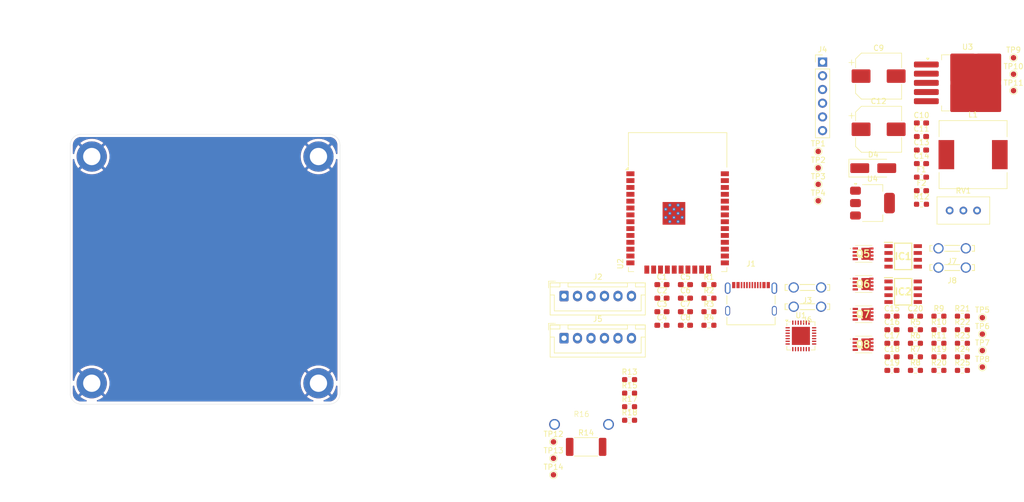
<source format=kicad_pcb>
(kicad_pcb (version 20240108) (generator "pcbnew") (generator_version "8.0")
  (layers (0 "F.Cu" signal) (1 "In1.Cu" power) (2 "In2.Cu" power) (31 "B.Cu" signal) (34 "B.Paste" user) (35 "F.Paste" user) (36 "B.SilkS" user "B.Silkscreen") (37 "F.SilkS" user "F.Silkscreen") (38 "B.Mask" user) (39 "F.Mask" user) (44 "Edge.Cuts" user))
  (net 0 "")
  (net 3 "GND")
  (net 4 "+12V")
  (net 5 "/USB_{VBUS}")
  (net 6 "+12v_{EXP}")
  (net 7 "Net-(IC2-BRIDGE)")
  (net 8 "/DATA+")
  (net 9 "/DATA-")
  (net 10 "/UART_{RX}")
  (net 11 "Net-(J1-CC1_B)")
  (net 12 "Net-(J1-CC1_A)")
  (net 13 "Net-(D1-K)")
  (net 14 "Net-(D2-K)")
  (net 16 "Net-(IC1-BRIDGE)")
  (net 17 "/+3v3_{EXP}")
  (net 18 "/H_{DRIVER_RIGHT_EN}")
  (net 19 "Net-(IC1-DRV_LO)")
  (net 20 "/UART_{TX}")
  (net 21 "/IO0")
  (net 22 "/EN")
  (net 23 "Net-(IC1-DRV_HI)")
  (net 24 "Net-(U3-OUT)")
  (net 25 "Net-(U5--)")
  (net 26 "Net-(U5-+)")
  (net 27 "Net-(U3-FB)")
  (net 28 "/M_{SENSE}")
  (net 29 "+5V_{LREG}")
  (net 30 "Net-(U4-VO)")
  (net 31 "+12V_{MOTOR}")
  (net 32 "/MCU_{VIN}")
  (net 33 "/H_{DRIVER_RIGHT_CONTROL}")
  (net 34 "Net-(IC2-DRV_HI)")
  (net 35 "/EXP_{02}")
  (net 36 "/EXP_{01}")
  (net 37 "/H_{DRIVER_LEFT_CONTROL}")
  (net 38 "/BTN_{UP}")
  (net 39 "/D_{STATUS}")
  (net 40 "/D_{POWER}")
  (net 41 "/D_{ERROR}")
  (net 42 "/BTN_{DOWN}")
  (net 43 "Net-(D1-A)")
  (net 44 "Net-(D2-A)")
  (net 45 "/H_{DRIVER_LEFT_EN}")
  (net 46 "Net-(U1-VDD)")
  (net 47 "Net-(IC2-DRV_LO)")
  (net 48 "/AS5600_{SCL}")
  (net 49 "/AS5600_{SDA}")
  (net 50 "/Motor/L_{MID}")
  (net 51 "+3V3")
  (net 52 "Net-(R14-Pad2)")
  (net 53 "Net-(R14-Pad3)")
  (net 81 "/Motor/R_{MID}")
  (net 85 "/Motor/M_{SUPPLY}")
  (net 91 "/Motor/L_{HI}")
  (net 92 "/Motor/L_{LO}")
  (net 93 "/Motor/R_{HI}")
  (net 94 "/Motor/R_{LO}")
  (footprint "Resistor_SMD:R_0603_1608Metric_Pad0.98x0.95mm_HandSolder" (layer "F.Cu") (at 256.6 113.62)
    (property "Reference" "R8" (at 0 -1.43 0) (layer "F.SilkS"))
    (property "Value" "0")
    (pad "1" smd roundrect (at -0.9125 0) (size 0.975 0.95) (layers "F.Cu" "F.Paste" "F.Mask") (net 94 "/Motor/R_{LO}"))
    (pad "2" smd roundrect (at 0.9125 0) (size 0.975 0.95) (layers "F.Cu" "F.Paste" "F.Mask") (net 18 "/H_{DRIVER_RIGHT_EN}"))
  )
  (footprint "Resistor_SMD:R_0603_1608Metric_Pad0.98x0.95mm_HandSolder" (layer "F.Cu") (at 265.3 103.58)
    (property "Reference" "R21" (at 0 -1.43 0) (layer "F.SilkS"))
    (property "Value" "1k")
    (pad "1" smd roundrect (at -0.9125 0) (size 0.975 0.95) (layers "F.Cu" "F.Paste" "F.Mask") (net 92 "/Motor/L_{LO}"))
    (pad "2" smd roundrect (at 0.9125 0) (size 0.975 0.95) (layers "F.Cu" "F.Paste" "F.Mask") (net 47 "Net-(IC2-DRV_LO)"))
  )
  (footprint "CustomLibrary:CONN_726386-2_TEC" (layer "F.Cu") (at 260.8657 94.5731)
    (property "Reference" "J8" (at 2.54 2.4 0) (layer "F.SilkS"))
    (property "Value" "Motor B")
    (pad "1" thru_hole circle (at 0 0) (size 1.905 1.905) (drill 1.43) (layers "*.Cu" "*.Mask") (net 81 "/Motor/R_{MID}"))
    (pad "2" thru_hole circle (at 5.08 0) (size 1.905 1.905) (drill 1.43) (layers "*.Cu" "*.Mask"))
  )
  (footprint "CustomLibrary:SISS94DNT1GE3" (layer "F.Cu") (at 244.965 103.225)
    (property "Reference" "Q7" (at 1.93 0 0) (layer "F.SilkS") (effects (font (size 1.27 1.27) (thickness 0.254))))
    (property "Value" "SiSS52DN-T1-GE3" (hide yes))
    (pad "1" smd rect (at 0.495 -0.99 90) (size 0.405 0.99) (layers "F.Cu" "F.Paste" "F.Mask") (net 81 "/Motor/R_{MID}"))
    (pad "2" smd rect (at 0.495 -0.33 90) (size 0.405 0.99) (layers "F.Cu" "F.Paste" "F.Mask") (net 81 "/Motor/R_{MID}"))
    (pad "3" smd rect (at 0.495 0.33 90) (size 0.405 0.99) (layers "F.Cu" "F.Paste" "F.Mask") (net 81 "/Motor/R_{MID}"))
    (pad "4" smd rect (at 0.495 0.99 90) (size 0.405 0.99) (layers "F.Cu" "F.Paste" "F.Mask") (net 93 "/Motor/R_{HI}"))
    (pad "5" smd rect (at 3.605 0.99 90) (size 0.405 0.51) (layers "F.Cu" "F.Paste" "F.Mask") (net 85 "/Motor/M_{SUPPLY}"))
    (pad "6" smd rect (at 3.605 0.33 90) (size 0.405 0.51) (layers "F.Cu" "F.Paste" "F.Mask") (net 85 "/Motor/M_{SUPPLY}"))
    (pad "7" smd rect (at 3.605 -0.33 90) (size 0.405 0.51) (layers "F.Cu" "F.Paste" "F.Mask") (net 85 "/Motor/M_{SUPPLY}"))
    (pad "8" smd rect (at 3.605 -0.99 90) (size 0.405 0.51) (layers "F.Cu" "F.Paste" "F.Mask") (net 85 "/Motor/M_{SUPPLY}"))
    (pad "9" smd rect (at 2.488 0) (size 1.725 2.235) (layers "F.Cu" "F.Paste" "F.Mask") (net 85 "/Motor/M_{SUPPLY}"))
    (pad "10" smd rect (at 3.225 -1.155 90) (size 0.075 0.25) (layers "F.Cu" "F.Paste" "F.Mask") (net 85 "/Motor/M_{SUPPLY}"))
    (pad "11" smd rect (at 3.225 1.155 90) (size 0.075 0.25) (layers "F.Cu" "F.Paste" "F.Mask") (net 85 "/Motor/M_{SUPPLY}"))
  )
  (footprint "Resistor_SMD:R_0603_1608Metric_Pad0.98x0.95mm_HandSolder" (layer "F.Cu") (at 265.3 106.09)
    (property "Reference" "R22" (at 0 -1.43 0) (layer "F.SilkS"))
    (property "Value" "1k")
    (pad "1" smd roundrect (at -0.9125 0) (size 0.975 0.95) (layers "F.Cu" "F.Paste" "F.Mask") (net 23 "Net-(IC1-DRV_HI)"))
    (pad "2" smd roundrect (at 0.9125 0) (size 0.975 0.95) (layers "F.Cu" "F.Paste" "F.Mask") (net 93 "/Motor/R_{HI}"))
  )
  (footprint "MountingHole:MountingHole_3.2mm_M3_DIN965_Pad" (layer "F.Cu") (at 104 74)
    (property "Reference" "H4" (hide yes))
    (property "Value" "MountingHole_Pad")
    (pad "1" thru_hole circle (at 0 0) (size 5.6 5.6) (drill 3.2) (layers "*.Cu" "*.Mask") (net 3 "GND"))
  )
  (footprint "Capacitor_SMD:C_0603_1608Metric_Pad1.08x0.95mm_HandSolder" (layer "F.Cu") (at 213.99 102.75)
    (property "Reference" "C7" (at 0 -1.43 0) (layer "F.SilkS"))
    (property "Value" "0.1uF")
    (pad "1" smd roundrect (at -0.8625 0) (size 1.075 0.95) (layers "F.Cu" "F.Paste" "F.Mask") (net 38 "/BTN_{UP}"))
    (pad "2" smd roundrect (at 0.8625 0) (size 1.075 0.95) (layers "F.Cu" "F.Paste" "F.Mask") (net 3 "GND"))
  )
  (footprint "MountingHole:MountingHole_3.2mm_M3_DIN965_Pad" (layer "F.Cu") (at 104 116)
    (property "Reference" "H3" (hide yes))
    (property "Value" "MountingHole_Pad")
    (pad "1" thru_hole circle (at 0 0) (size 5.6 5.6) (drill 3.2) (layers "*.Cu" "*.Mask") (net 3 "GND"))
  )
  (footprint "Connector_JST:JST_XH_B6B-XH-A_1x06_P2.50mm_Vertical" (layer "F.Cu") (at 191.49 107.65)
    (property "Reference" "J5" (at 6.25 -3.55 0) (layer "F.SilkS"))
    (property "Value" "CONTROL")
    (pad "1" thru_hole roundrect (at 0 0) (size 1.7 1.95) (drill 0.95) (layers "*.Cu" "*.Mask") (roundrect_rratio 0.147059) (net 3 "GND"))
    (pad "2" thru_hole oval (at 2.5 0) (size 1.7 1.95) (drill 0.95) (layers "*.Cu" "*.Mask") (net 42 "/BTN_{DOWN}"))
    (pad "3" thru_hole oval (at 5 0) (size 1.7 1.95) (drill 0.95) (layers "*.Cu" "*.Mask") (net 38 "/BTN_{UP}"))
    (pad "4" thru_hole oval (at 7.5 0) (size 1.7 1.95) (drill 0.95) (layers "*.Cu" "*.Mask") (net 41 "/D_{ERROR}"))
    (pad "5" thru_hole oval (at 10 0) (size 1.7 1.95) (drill 0.95) (layers "*.Cu" "*.Mask") (net 39 "/D_{STATUS}"))
    (pad "6" thru_hole oval (at 12.5 0) (size 1.7 1.95) (drill 0.95) (layers "*.Cu" "*.Mask") (net 40 "/D_{POWER}"))
  )
  (footprint "Capacitor_SMD:C_0603_1608Metric_Pad1.08x0.95mm_HandSolder" (layer "F.Cu") (at 213.99 100.24)
    (property "Reference" "C6" (at 0 -1.43 0) (layer "F.SilkS"))
    (property "Value" "0.1uF")
    (pad "1" smd roundrect (at -0.8625 0) (size 1.075 0.95) (layers "F.Cu" "F.Paste" "F.Mask") (net 22 "/EN"))
    (pad "2" smd roundrect (at 0.8625 0) (size 1.075 0.95) (layers "F.Cu" "F.Paste" "F.Mask") (net 3 "GND"))
  )
  (footprint "CustomLibrary:Shunt Wire" (layer "F.Cu") (at 194.74 114.825)
    (property "Reference" "R16" (at 0 6.9 0) (layer "F.SilkS") (effects (font (thickness 0.1))))
    (property "Value" "W_{shunt}")
    (pad "1" thru_hole circle (at -5 8.8) (size 2 2) (drill 1.5) (layers "*.Cu" "*.Mask") (net 6 "+12v_{EXP}"))
    (pad "2" thru_hole circle (at 5 8.8) (size 2 2) (drill 1.5) (layers "*.Cu" "*.Mask") (net 52 "Net-(R14-Pad2)"))
  )
  (footprint "Resistor_SMD:R_0603_1608Metric_Pad0.98x0.95mm_HandSolder" (layer "F.Cu") (at 265.3 111.11)
    (property "Reference" "R24" (at 0 -1.43 0) (layer "F.SilkS"))
    (property "Value" "0")
    (pad "1" smd roundrect (at -0.9125 0) (size 0.975 0.95) (layers "F.Cu" "F.Paste" "F.Mask") (net 6 "+12v_{EXP}"))
    (pad "2" smd roundrect (at 0.9125 0) (size 0.975 0.95) (layers "F.Cu" "F.Paste" "F.Mask") (net 43 "Net-(D1-A)"))
  )
  (footprint "TestPoint:TestPoint_Pad_D1.0mm" (layer "F.Cu") (at 269 106.9)
    (property "Reference" "TP6" (at 0 -1.448 0) (layer "F.SilkS"))
    (property "Value" "IO0")
    (pad "1" smd circle (at 0 0) (size 1 1) (layers "F.Cu" "F.Mask") (net 92 "/Motor/L_{LO}"))
  )
  (footprint "CustomLibrary:SOIC127P600X175-8N" (layer "F.Cu") (at 254.325 92.5)
    (property "Reference" "IC1" (at 0 0 0) (layer "F.SilkS") (effects (font (size 1.27 1.27) (thickness 0.254))))
    (property "Value" "NCP5104DR2G" (hide yes))
    (pad "1" smd rect (at -2.712 -1.905 90) (size 0.7 1.525) (layers "F.Cu" "F.Paste" "F.Mask") (net 6 "+12v_{EXP}"))
    (pad "2" smd rect (at -2.712 -0.635 90) (size 0.7 1.525) (layers "F.Cu" "F.Paste" "F.Mask") (net 33 "/H_{DRIVER_RIGHT_CONTROL}"))
    (pad "3" smd rect (at -2.712 0.635 90) (size 0.7 1.525) (layers "F.Cu" "F.Paste" "F.Mask") (net 18 "/H_{DRIVER_RIGHT_EN}"))
    (pad "4" smd rect (at -2.712 1.905 90) (size 0.7 1.525) (layers "F.Cu" "F.Paste" "F.Mask") (net 3 "GND"))
    (pad "5" smd rect (at 2.712 1.905 90) (size 0.7 1.525) (layers "F.Cu" "F.Paste" "F.Mask") (net 19 "Net-(IC1-DRV_LO)"))
    (pad "6" smd rect (at 2.712 0.635 90) (size 0.7 1.525) (layers "F.Cu" "F.Paste" "F.Mask") (net 16 "Net-(IC1-BRIDGE)"))
    (pad "7" smd rect (at 2.712 -0.635 90) (size 0.7 1.525) (layers "F.Cu" "F.Paste" "F.Mask") (net 23 "Net-(IC1-DRV_HI)"))
    (pad "8" smd rect (at 2.712 -1.905 90) (size 0.7 1.525) (layers "F.Cu" "F.Paste" "F.Mask") (net 14 "Net-(D2-K)"))
  )
  (footprint "Capacitor_SMD:C_0603_1608Metric_Pad1.08x0.95mm_HandSolder" (layer "F.Cu") (at 209.64 97.73)
    (property "Reference" "C1" (at 0 -1.43 0) (layer "F.SilkS"))
    (property "Value" "0.1uF")
    (pad "1" smd roundrect (at -0.8625 0) (size 1.075 0.95) (layers "F.Cu" "F.Paste" "F.Mask") (net 46 "Net-(U1-VDD)"))
    (pad "2" smd roundrect (at 0.8625 0) (size 1.075 0.95) (layers "F.Cu" "F.Paste" "F.Mask") (net 3 "GND"))
  )
  (footprint "Capacitor_SMD:C_0603_1608Metric_Pad1.08x0.95mm_HandSolder" (layer "F.Cu") (at 252.25 113.62)
    (property "Reference" "C19" (at 0 -1.43 0) (layer "F.SilkS"))
    (property "Value" "22uF")
    (pad "1" smd roundrect (at -0.8625 0) (size 1.075 0.95) (layers "F.Cu" "F.Paste" "F.Mask") (net 7 "Net-(IC2-BRIDGE)"))
    (pad "2" smd roundrect (at 0.8625 0) (size 1.075 0.95) (layers "F.Cu" "F.Paste" "F.Mask") (net 13 "Net-(D1-K)"))
  )
  (footprint "Capacitor_SMD:C_0603_1608Metric_Pad1.08x0.95mm_HandSolder" (layer "F.Cu") (at 257.72 75.31)
    (property "Reference" "C14" (at 0 -1.43 0) (layer "F.SilkS"))
    (property "Value" "0.1uF")
    (pad "1" smd roundrect (at -0.8625 0) (size 1.075 0.95) (layers "F.Cu" "F.Paste" "F.Mask") (net 30 "Net-(U4-VO)"))
    (pad "2" smd roundrect (at 0.8625 0) (size 1.075 0.95) (layers "F.Cu" "F.Paste" "F.Mask") (net 3 "GND"))
  )
  (footprint "Resistor_SMD:R_0603_1608Metric_Pad0.98x0.95mm_HandSolder" (layer "F.Cu") (at 203.64 115.33)
    (property "Reference" "R13" (at 0 -1.43 0) (layer "F.SilkS"))
    (property "Value" "20k")
    (pad "1" smd roundrect (at -0.9125 0) (size 0.975 0.95) (layers "F.Cu" "F.Paste" "F.Mask") (net 28 "/M_{SENSE}"))
    (pad "2" smd roundrect (at 0.9125 0) (size 0.975 0.95) (layers "F.Cu" "F.Paste" "F.Mask") (net 25 "Net-(U5--)"))
  )
  (footprint "Capacitor_SMD:C_0603_1608Metric_Pad1.08x0.95mm_HandSolder" (layer "F.Cu") (at 252.25 108.6)
    (property "Reference" "C17" (at 0 -1.43 0) (layer "F.SilkS"))
    (property "Value" "0.1uF")
    (pad "1" smd roundrect (at -0.8625 0) (size 1.075 0.95) (layers "F.Cu" "F.Paste" "F.Mask") (net 16 "Net-(IC1-BRIDGE)"))
    (pad "2" smd roundrect (at 0.8625 0) (size 1.075 0.95) (layers "F.Cu" "F.Paste" "F.Mask") (net 14 "Net-(D2-K)"))
  )
  (footprint "Package_TO_SOT_SMD:SOT-223-3_TabPin2" (layer "F.Cu") (at 248.64 82.625)
    (property "Reference" "U4" (at 0 -4.5 0) (layer "F.SilkS"))
    (property "Value" "AMS1117-3.3 (Potentially swap for a better LDO)")
    (pad "1" smd roundrect (at -3.15 -2.3) (size 2 1.5) (layers "F.Cu" "F.Paste" "F.Mask") (net 3 "GND"))
    (pad "2" smd roundrect (at -3.15 0) (size 2 1.5) (layers "F.Cu" "F.Paste" "F.Mask") (net 30 "Net-(U4-VO)"))
    (pad "2" smd roundrect (at 3.15 0) (size 2 3.8) (layers "F.Cu" "F.Paste" "F.Mask") (net 30 "Net-(U4-VO)"))
    (pad "3" smd roundrect (at -3.15 2.3) (size 2 1.5) (layers "F.Cu" "F.Paste" "F.Mask") (net 29 "+5V_{LREG}"))
  )
  (footprint "Resistor_SMD:R_0603_1608Metric_Pad0.98x0.95mm_HandSolder" (layer "F.Cu") (at 257.72 82.84)
    (property "Reference" "R12" (at 0 -1.43 0) (layer "F.SilkS"))
    (property "Value" "265")
    (pad "1" smd roundrect (at -0.9125 0) (size 0.975 0.95) (layers "F.Cu" "F.Paste" "F.Mask") (net 27 "Net-(U3-FB)"))
    (pad "2" smd roundrect (at 0.9125 0) (size 0.975 0.95) (layers "F.Cu" "F.Paste" "F.Mask") (net 3 "GND"))
  )
  (footprint "Capacitor_SMD:CP_Elec_8x10" (layer "F.Cu") (at 249.775 68.95)
    (property "Reference" "C12" (at 0 -5.2 0) (layer "F.SilkS"))
    (property "Value" "220")
    (pad "1" smd roundrect (at -3.25 0) (size 3.5 2.5) (layers "F.Cu" "F.Paste" "F.Mask") (roundrect_rratio 0.1) (net 29 "+5V_{LREG}"))
    (pad "2" smd roundrect (at 3.25 0) (size 3.5 2.5) (layers "F.Cu" "F.Paste" "F.Mask") (roundrect_rratio 0.1) (net 3 "GND"))
  )
  (footprint "Resistor_SMD:R_0603_1608Metric_Pad0.98x0.95mm_HandSolder" (layer "F.Cu") (at 256.6 106.09)
    (property "Reference" "R5" (at 0 -1.43 0) (layer "F.SilkS"))
    (property "Value" "0")
    (pad "1" smd roundrect (at -0.9125 0) (size 0.975 0.95) (layers "F.Cu" "F.Paste" "F.Mask") (net 91 "/Motor/L_{HI}"))
    (pad "2" smd roundrect (at 0.9125 0) (size 0.975 0.95) (layers "F.Cu" "F.Paste" "F.Mask") (net 37 "/H_{DRIVER_LEFT_CONTROL}"))
  )
  (footprint "Resistor_SMD:R_0603_1608Metric_Pad0.98x0.95mm_HandSolder" (layer "F.Cu") (at 265.3 108.6)
    (property "Reference" "R23" (at 0 -1.43 0) (layer "F.SilkS"))
    (property "Value" "1k")
    (pad "1" smd roundrect (at -0.9125 0) (size 0.975 0.95) (layers "F.Cu" "F.Paste" "F.Mask") (net 94 "/Motor/R_{LO}"))
    (pad "2" smd roundrect (at 0.9125 0) (size 0.975 0.95) (layers "F.Cu" "F.Paste" "F.Mask") (net 19 "Net-(IC1-DRV_LO)"))
  )
  (footprint "Fuse:Fuse_0603_1608Metric_Pad1.05x0.95mm_HandSolder" (layer "F.Cu") (at 257.72 80.33)
    (property "Reference" "F2" (at 0 -1.43 0) (layer "F.SilkS"))
    (property "Value" "CONTROL (1A)")
    (pad "1" smd roundrect (at -0.875 0) (size 1.05 0.95) (layers "F.Cu" "F.Paste" "F.Mask") (net 30 "Net-(U4-VO)"))
    (pad "2" smd roundrect (at 0.875 0) (size 1.05 0.95) (layers "F.Cu" "F.Paste" "F.Mask") (net 17 "/+3v3_{EXP}"))
  )
  (footprint "Resistor_SMD:R_0603_1608Metric_Pad0.98x0.95mm_HandSolder" (layer "F.Cu") (at 260.95 111.11)
    (property "Reference" "R19" (at 0 -1.43 0) (layer "F.SilkS"))
    (property "Value" "5k")
    (pad "1" smd roundrect (at -0.9125 0) (size 0.975 0.95) (layers "F.Cu" "F.Paste" "F.Mask") (net 3 "GND"))
    (pad "2" smd roundrect (at 0.9125 0) (size 0.975 0.95) (layers "F.Cu" "F.Paste" "F.Mask") (net 93 "/Motor/R_{HI}"))
  )
  (footprint "Capacitor_SMD:C_0603_1608Metric_Pad1.08x0.95mm_HandSolder" (layer "F.Cu") (at 257.72 72.8)
    (property "Reference" "C13" (at 0 -1.43 0) (layer "F.SilkS"))
    (property "Value" "1uF")
    (pad "1" smd roundrect (at -0.8625 0) (size 1.075 0.95) (layers "F.Cu" "F.Paste" "F.Mask") (net 29 "+5V_{LREG}"))
    (pad "2" smd roundrect (at 0.8625 0) (size 1.075 0.95) (layers "F.Cu" "F.Paste" "F.Mask") (net 3 "GND"))
  )
  (footprint "TestPoint:TestPoint_Pad_D1.0mm" (layer "F.Cu") (at 238.59 73.05)
    (property "Reference" "TP1" (at 0 -1.448 0) (layer "F.SilkS"))
    (property "Value" "RX")
    (pad "1" smd circle (at 0 0) (size 1 1) (layers "F.Cu" "F.Mask") (net 10 "/UART_{RX}"))
  )
  (footprint "TestPoint:TestPoint_Pad_D1.0mm" (layer "F.Cu") (at 269 113)
    (property "Reference" "TP8" (at 0 -1.448 0) (layer "F.SilkS"))
    (property "Value" "IO0")
    (pad "1" smd circle (at 0 0) (size 1 1) (layers "F.Cu" "F.Mask") (net 94 "/Motor/R_{LO}"))
  )
  (footprint "Resistor_SMD:R_2512_6332Metric_Pad1.40x3.35mm_HandSolder" (layer "F.Cu") (at 195.59 127.79)
    (property "Reference" "R14" (at 0 -2.62 0) (layer "F.SilkS"))
    (property "Value" "CSM2512R1F1L00S9")
    (pad "1" smd roundrect (at -3.05 0) (size 1.4 3.35) (layers "F.Cu" "F.Paste" "F.Mask") (roundrect_rratio 0.178571) (net 6 "+12v_{EXP}"))
    (pad "2" smd roundrect (at 3.05 0) (size 1.4 3.35) (layers "F.Cu" "F.Paste" "F.Mask") (roundrect_rratio 0.178571) (net 52 "Net-(R14-Pad2)"))
  )
  (footprint "Capacitor_SMD:C_0603_1608Metric_Pad1.08x0.95mm_HandSolder" (layer "F.Cu") (at 209.64 100.24)
    (property "Reference" "C2" (at 0 -1.43 0) (layer "F.SilkS"))
    (property "Value" "1uF")
    (pad "1" smd roundrect (at -0.8625 0) (size 1.075 0.95) (layers "F.Cu" "F.Paste" "F.Mask") (net 5 "/USB_{VBUS}"))
    (pad "2" smd roundrect (at 0.8625 0) (size 1.075 0.95) (layers "F.Cu" "F.Paste" "F.Mask") (net 3 "GND"))
  )
  (footprint "TestPoint:TestPoint_Pad_D1.0mm" (layer "F.Cu") (at 238.59 82.2)
    (property "Reference" "TP4" (at 0 -1.448 0) (layer "F.SilkS"))
    (property "Value" "EN")
    (pad "1" smd circle (at 0 0) (size 1 1) (layers "F.Cu" "F.Mask") (net 22 "/EN"))
  )
  (footprint "Capacitor_SMD:C_0603_1608Metric_Pad1.08x0.95mm_HandSolder" (layer "F.Cu") (at 252.25 111.11)
    (property "Reference" "C18" (at 0 -1.43 0) (layer "F.SilkS"))
    (property "Value" "0.1uF")
    (pad "1" smd roundrect (at -0.8625 0) (size 1.075 0.95) (layers "F.Cu" "F.Paste" "F.Mask") (net 6 "+12v_{EXP}"))
    (pad "2" smd roundrect (at 0.8625 0) (size 1.075 0.95) (layers "F.Cu" "F.Paste" "F.Mask") (net 3 "GND"))
  )
  (footprint "Package_DFN_QFN:QFN-28-1EP_5x5mm_P0.5mm_EP3.35x3.35mm" (layer "F.Cu") (at 235.38 107.23)
    (property "Reference" "U1" (at 0 -3.8 0) (layer "F.SilkS"))
    (property "Value" "CP2102-Axx-xQFN28")
    (pad "1" smd roundrect (at -2.45 -1.5) (size 0.8 0.25) (layers "F.Cu" "F.Paste" "F.Mask"))
    (pad "2" smd roundrect (at -2.45 -1) (size 0.8 0.25) (layers "F.Cu" "F.Paste" "F.Mask"))
    (pad "3" smd roundrect (at -2.45 -0.5) (size 0.8 0.25) (layers "F.Cu" "F.Paste" "F.Mask") (net 3 "GND"))
    (pad "4" smd roundrect (at -2.45 0) (size 0.8 0.25) (layers "F.Cu" "F.Paste" "F.Mask") (net 8 "/DATA+"))
    (pad "5" smd roundrect (at -2.45 0.5) (size 0.8 0.25) (layers "F.Cu" "F.Paste" "F.Mask") (net 9 "/DATA-"))
    (pad "6" smd roundrect (at -2.45 1) (size 0.8 0.25) (layers "F.Cu" "F.Paste" "F.Mask") (net 46 "Net-(U1-VDD)"))
    (pad "7" smd roundrect (at -2.45 1.5) (size 0.8 0.25) (layers "F.Cu" "F.Paste" "F.Mask") (net 5 "/USB_{VBUS}"))
    (pad "8" smd roundrect (at -1.5 2.45) (size 0.25 0.8) (layers "F.Cu" "F.Paste" "F.Mask") (net 5 "/USB_{VBUS}"))
    (pad "9" smd roundrect (at -1 2.45) (size 0.25 0.8) (layers "F.Cu" "F.Paste" "F.Mask"))
    (pad "10" smd roundrect (at -0.5 2.45) (size 0.25 0.8) (layers "F.Cu" "F.Paste" "F.Mask"))
    (pad "11" smd roundrect (at 0 2.45) (size 0.25 0.8) (layers "F.Cu" "F.Paste" "F.Mask"))
    (pad "12" smd roundrect (at 0.5 2.45) (size 0.25 0.8) (layers "F.Cu" "F.Paste" "F.Mask"))
    (pad "13" smd roundrect (at 1 2.45) (size 0.25 0.8) (layers "F.Cu" "F.Paste" "F.Mask"))
    (pad "14" smd roundrect (at 1.5 2.45) (size 0.25 0.8) (layers "F.Cu" "F.Paste" "F.Mask"))
    (pad "15" smd roundrect (at 2.45 1.5) (size 0.8 0.25) (layers "F.Cu" "F.Paste" "F.Mask"))
    (pad "16" smd roundrect (at 2.45 1) (size 0.8 0.25) (layers "F.Cu" "F.Paste" "F.Mask"))
    (pad "17" smd roundrect (at 2.45 0.5) (size 0.8 0.25) (layers "F.Cu" "F.Paste" "F.Mask"))
    (pad "18" smd roundrect (at 2.45 0) (size 0.8 0.25) (layers "F.Cu" "F.Paste" "F.Mask"))
    (pad "19" smd roundrect (at 2.45 -0.5) (size 0.8 0.25) (layers "F.Cu" "F.Paste" "F.Mask"))
    (pad "20" smd roundrect (at 2.45 -1) (size 0.8 0.25) (layers "F.Cu" "F.Paste" "F.Mask"))
    (pad "21" smd roundrect (at 2.45 -1.5) (size 0.8 0.25) (layers "F.Cu" "F.Paste" "F.Mask"))
    (pad "22" smd roundrect (at 1.5 -2.45) (size 0.25 0.8) (layers "F.Cu" "F.Paste" "F.Mask"))
    (pad "23" smd roundrect (at 1 -2.45) (size 0.25 0.8) (layers "F.Cu" "F.Paste" "F.Mask"))
    (pad "24" smd roundrect (at 0.5 -2.45) (size 0.25 0.8) (layers "F.Cu" "F.Paste" "F.Mask"))
    (pad "25" smd roundrect (at 0 -2.45) (size 0.25 0.8) (layers "F.Cu" "F.Paste" "F.Mask") (net 10 "/UART_{RX}"))
    (pad "26" smd roundrect (at -0.5 -2.45) (size 0.25 0.8) (layers "F.Cu" "F.Paste" "F.Mask") (net 20 "/UART_{TX}"))
    (pad "27" smd roundrect (at -1 -2.45) (size 0.25 0.8) (layers "F.Cu" "F.Paste" "F.Mask"))
    (pad "28" smd roundrect (at -1.5 -2.45) (size 0.25 0.8) (layers "F.Cu" "F.Paste" "F.Mask"))
    (pad "29" smd rect (at 0 0) (size 3.35 3.35) (property pad_prop_heatsink) (layers "F.Cu" "F.Mask") (net 3 "GND"))
  )
  (footprint "CustomLibrary:CONN_726386-2_TEC" (layer "F.Cu") (at 234.0457 98.2577)
    (property "Reference" "J3" (at 2.54 2.4 0) (layer "F.SilkS"))
    (property "Value" "PWR_IN+")
    (pad "1" thru_hole circle (at 0 0) (size 1.905 1.905) (drill 1.43) (layers "*.Cu" "*.Mask") (net 4 "+12V"))
    (pad "2" thru_hole circle (at 5.08 0) (size 1.905 1.905) (drill 1.43) (layers "*.Cu" "*.Mask"))
  )
  (footprint "CustomLibrary:CONN_726386-2_TEC" (layer "F.Cu") (at 260.8657 91.0077)
    (property "Reference" "J7" (at 2.54 2.4 0) (layer "F.SilkS"))
    (property "Value" "Motor A")
    (pad "1" thru_hole circle (at 0 0) (size 1.905 1.905) (drill 1.43) (layers "*.Cu" "*.Mask") (net 50 "/Motor/L_{MID}"))
    (pad "2" thru_hole circle (at 5.08 0) (size 1.905 1.905) (drill 1.43) (layers "*.Cu" "*.Mask"))
  )
  (footprint "Resistor_SMD:R_0603_1608Metric_Pad0.98x0.95mm_HandSolder" (layer "F.Cu") (at 260.95 108.6)
    (property "Reference" "R11" (at 0 -1.43 0) (layer "F.SilkS"))
    (property "Value" "5k")
    (pad "1" smd roundrect (at -0.9125 0) (size 0.975 0.95) (layers "F.Cu" "F.Paste" "F.Mask") (net 3 "GND"))
    (pad "2" smd roundrect (at 0.9125 0) (size 0.975 0.95) (layers "F.Cu" "F.Paste" "F.Mask") (net 94 "/Motor/R_{LO}"))
  )
  (footprint "TestPoint:TestPoint_Pad_D1.0mm" (layer "F.Cu") (at 189.54 129.92)
    (property "Reference" "TP13" (at 0 -1.448 0) (layer "F.SilkS"))
    (property "Value" "V-")
    (pad "1" smd circle (at 0 0) (size 1 1) (layers "F.Cu" "F.Mask") (net 25 "Net-(U5--)"))
  )
  (footprint "Package_TO_SOT_SMD:TO-263-5_TabPin3" (layer "F.Cu") (at 266.27 60.35)
    (property "Reference" "U3" (at 0 -6.65 0) (layer "F.SilkS"))
    (property "Value" "LM2596S-ADJ")
    (pad "1" smd roundrect (at -7.65 -3.4) (size 4.6 1.1) (layers "F.Cu" "F.Paste" "F.Mask") (roundrect_rratio 0.227273) (net 31 "+12V_{MOTOR}"))
    (pad "2" smd roundrect (at -7.65 -1.7) (size 4.6 1.1) (layers "F.Cu" "F.Paste" "F.Mask") (roundrect_rratio 0.227273) (net 24 "Net-(U3-OUT)"))
    (pad "3" smd roundrect (at -7.65 0) (size 4.6 1.1) (layers "F.Cu" "F.Paste" "F.Mask") (roundrect_rratio 0.227273) (net 3 "GND"))
    (pad "3" smd roundrect (at -0.925 -2.775) (size 4.55 5.25) (layers "F.Cu" "F.Paste") (roundrect_rratio 0.054945) (net 3 "GND"))
    (pad "3" smd roundrect (at -0.925 2.775) (size 4.55 5.25) (layers "F.Cu" "F.Paste") (roundrect_rratio 0.054945) (net 3 "GND"))
    (pad "3" smd roundrect (at 1.5 0) (size 9.4 10.8) (layers "F.Cu" "F.Mask") (roundrect_rratio 0.026596) (net 3 "GND"))
    (pad "3" smd roundrect (at 3.925 -2.775) (size 4.55 5.25) (layers "F.Cu" "F.Paste") (roundrect_rratio 0.054945) (net 3 "GND"))
    (pad "3" smd roundrect (at 3.925 2.775) (size 4.55 5.25) (layers "F.Cu" "F.Paste") (roundrect_rratio 0.054945) (net 3 "GND"))
    (pad "4" smd roundrect (at -7.65 1.7) (size 4.6 1.1) (layers "F.Cu" "F.Paste" "F.Mask") (roundrect_rratio 0.227273) (net 27 "Net-(U3-FB)"))
    (pad "5" smd roundrect (at -7.65 3.4) (size 4.6 1.1) (layers "F.Cu" "F.Paste" "F.Mask") (roundrect_rratio 0.227273) (net 3 "GND"))
  )
  (footprint "Resistor_SMD:R_0603_1608Metric_Pad0.98x0.95mm_HandSolder" (layer "F.Cu") (at 218.34 100.24)
    (property "Reference" "R2" (at 0 -1.43 0) (layer "F.SilkS"))
    (property "Value" "5k1")
    (pad "1" smd roundrect (at -0.9125 0) (size 0.975 0.95) (layers "F.Cu" "F.Paste" "F.Mask") (net 11 "Net-(J1-CC1_B)"))
    (pad "2" smd roundrect (at 0.9125 0) (size 0.975 0.95) (layers "F.Cu" "F.Paste" "F.Mask") (net 3 "GND"))
  )
  (footprint "RF_Module:ESP32-WROOM-32" (layer "F.Cu") (at 212.54 85.44)
    (property "Reference" "U2" (at -10.61 8.43 90) (layer "F.SilkS"))
    (property "Value" "ESP32-WROOM-32")
    (pad "1" smd rect (at -8.75 -8.25) (size 1.5 0.9) (layers "F.Cu" "F.Paste" "F.Mask") (net 3 "GND"))
    (pad "2" smd rect (at -8.75 -6.98) (size 1.5 0.9) (layers "F.Cu" "F.Paste" "F.Mask") (net 32 "/MCU_{VIN}"))
    (pad "3" smd rect (at -8.75 -5.71) (size 1.5 0.9) (layers "F.Cu" "F.Paste" "F.Mask") (net 22 "/EN"))
    (pad "4" smd rect (at -8.75 -4.44) (size 1.5 0.9) (layers "F.Cu" "F.Paste" "F.Mask"))
    (pad "5" smd rect (at -8.75 -3.17) (size 1.5 0.9) (layers "F.Cu" "F.Paste" "F.Mask"))
    (pad "6" smd rect (at -8.75 -1.9) (size 1.5 0.9) (layers "F.Cu" "F.Paste" "F.Mask"))
    (pad "7" smd rect (at -8.75 -0.63) (size 1.5 0.9) (layers "F.Cu" "F.Paste" "F.Mask"))
    (pad "8" smd rect (at -8.75 0.64) (size 1.5 0.9) (layers "F.Cu" "F.Paste" "F.Mask") (net 42 "/BTN_{DOWN}"))
    (pad "9" smd rect (at -8.75 1.91) (size 1.5 0.9) (layers "F.Cu" "F.Paste" "F.Mask"))
    (pad "10" smd rect (at -8.75 3.18) (size 1.5 0.9) (layers "F.Cu" "F.Paste" "F.Mask") (net 35 "/EXP_{02}"))
    (pad "11" smd rect (at -8.75 4.45) (size 1.5 0.9) (layers "F.Cu" "F.Paste" "F.Mask") (net 36 "/EXP_{01}"))
    (pad "12" smd rect (at -8.75 5.72) (size 1.5 0.9) (layers "F.Cu" "F.Paste" "F.Mask") (net 38 "/BTN_{UP}"))
    (pad "13" smd rect (at -8.75 6.99) (size 1.5 0.9) (layers "F.Cu" "F.Paste" "F.Mask") (net 45 "/H_{DRIVER_LEFT_EN}"))
    (pad "14" smd rect (at -8.75 8.26) (size 1.5 0.9) (layers "F.Cu" "F.Paste" "F.Mask") (net 37 "/H_{DRIVER_LEFT_CONTROL}"))
    (pad "15" smd rect (at -5.71 9.51 90) (size 1.5 0.9) (layers "F.Cu" "F.Paste" "F.Mask") (net 3 "GND"))
    (pad "16" smd rect (at -4.44 9.51 90) (size 1.5 0.9) (layers "F.Cu" "F.Paste" "F.Mask") (net 18 "/H_{DRIVER_RIGHT_EN}"))
    (pad "17" smd rect (at -3.17 9.51 90) (size 1.5 0.9) (layers "F.Cu" "F.Paste" "F.Mask"))
    (pad "18" smd rect (at -1.9 9.51 90) (size 1.5 0.9) (layers "F.Cu" "F.Paste" "F.Mask"))
    (pad "19" smd rect (at -0.63 9.51 90) (size 1.5 0.9) (layers "F.Cu" "F.Paste" "F.Mask"))
    (pad "20" smd rect (at 0.64 9.51 90) (size 1.5 0.9) (layers "F.Cu" "F.Paste" "F.Mask"))
    (pad "21" smd rect (at 1.91 9.51 90) (size 1.5 0.9) (layers "F.Cu" "F.Paste" "F.Mask"))
    (pad "22" smd rect (at 3.18 9.51 90) (size 1.5 0.9) (layers "F.Cu" "F.Paste" "F.Mask"))
    (pad "23" smd rect (at 4.45 9.51 90) (size 1.5 0.9) (layers "F.Cu" "F.Paste" "F.Mask") (net 33 "/H_{DRIVER_RIGHT_CONTROL}"))
    (pad "24" smd rect (at 5.72 9.51 90) (size 1.5 0.9) (layers "F.Cu" "F.Paste" "F.Mask"))
    (pad "25" smd rect (at 8.75 8.26) (size 1.5 0.9) (layers "F.Cu" "F.Paste" "F.Mask") (net 21 "/IO0"))
    (pad "26" smd rect (at 8.75 6.99) (size 1.5 0.9) (layers "F.Cu" "F.Paste" "F.Mask"))
    (pad "27" smd rect (at 8.75 5.72) (size 1.5 0.9) (layers "F.Cu" "F.Paste" "F.Mask") (net 28 "/M_{SENSE}"))
    (pad "28" smd rect (at 8.75 4.45) (size 1.5 0.9) (layers "F.Cu" "F.Paste" "F.Mask") (net 40 "/D_{POWER}"))
    (pad "29" smd rect (at 8.75 3.18) (size 1.5 0.9) (layers "F.Cu" "F.Paste" "F.Mask"))
    (pad "30" smd rect (at 8.75 1.91) (size 1.5 0.9) (layers "F.Cu" "F.Paste" "F.Mask") (net 39 "/D_{STATUS}"))
    (pad "31" smd rect (at 8.75 0.64) (size 1.5 0.9) (layers "F.Cu" "F.Paste" "F.Mask") (net 41 "/D_{ERROR}"))
    (pad "32" smd rect (at 8.75 -0.63) (size 1.5 0.9) (layers "F.Cu" "F.Paste" "F.Mask"))
    (pad "33" smd rect (at 8.75 -1.9) (size 1.5 0.9) (layers "F.Cu" "F.Paste" "F.Mask") (net 49 "/AS5600_{SDA}"))
    (pad "34" smd rect (at 8.75 -3.17) (size 1.5 0.9) (layers "F.Cu" "F.Paste" "F.Mask") (net 20 "/UART_{TX}"))
    (pad "35" smd rect (at 8.75 -4.44) (size 1.5 0.9) (layers "F.Cu" "F.Paste" "F.Mask") (net 10 "/UART_{RX}"))
    (pad "36" smd rect (at 8.75 -5.71) (size 1.5 0.9) (layers "F.Cu" "F.Paste" "F.Mask") (net 48 "/AS5600_{SCL}"))
    (pad "37" smd rect (at 8.75 -6.98) (size 1.5 0.9) (layers "F.Cu" "F.Paste" "F.Mask"))
    (pad "38" smd rect (at 8.75 -8.25) (size 1.5 0.9) (layers "F.Cu" "F.Paste" "F.Mask") (net 3 "GND"))
    (pad "39" smd rect (at -2.205 -2.435) (size 1.05 1.05) (layers "F.Cu" "F.Paste") (net 3 "GND"))
    (pad "39" thru_hole circle (at -2.205 -1.6725) (size 0.6 0.6) (drill 0.2) (property pad_prop_heatsink) (layers "*.Cu" "F.Mask") (net 3 "GND"))
    (pad "39" smd rect (at -2.205 -0.91) (size 1.05 1.05) (layers "F.Cu" "F.Paste") (net 3 "GND"))
    (pad "39" thru_hole circle (at -2.205 -0.1475) (size 0.6 0.6) (drill 0.2) (property pad_prop_heatsink) (layers "*.Cu" "F.Mask") (net 3 "GND"))
    (pad "39" smd rect (at -2.205 0.615) (size 1.05 1.05) (layers "F.Cu" "F.Paste") (net 3 "GND"))
    (pad "39" thru_hole circle (at -1.4425 -2.435) (size 0.6 0.6) (drill 0.2) (property pad_prop_heatsink) (layers "*.Cu" "F.Mask") (net 3 "GND"))
    (pad "39" thru_hole circle (at -1.4425 -0.91) (size 0.6 0.6) (drill 0.2) (property pad_prop_heatsink) (layers "*.Cu" "F.Mask") (net 3 "GND"))
    (pad "39" thru_hole circle (at -1.4425 0.615) (size 0.6 0.6) (drill 0.2) (property pad_prop_heatsink) (layers "*.Cu" "F.Mask") (net 3 "GND"))
    (pad "39" smd rect (at -0.68 -2.435) (size 1.05 1.05) (layers "F.Cu" "F.Paste") (net 3 "GND"))
    (pad "39" thru_hole circle (at -0.68 -1.6725) (size 0.6 0.6) (drill 0.2) (property pad_prop_heatsink) (layers "*.Cu" "F.Mask") (net 3 "GND"))
    (pad "39" smd rect (at -0.68 -0.91) (size 1.05 1.05) (layers "F.Cu" "F.Paste") (net 3 "GND"))
    (pad "39" smd rect (at -0.68 -0.91) (size 4.2 4.2) (layers "F.Cu" "F.Mask") (net 3 "GND"))
    (pad "39" thru_hole circle (at -0.68 -0.1475) (size 0.6 0.6) (drill 0.2) (property pad_prop_heatsink) (layers "*.Cu" "F.Mask") (net 3 "GND"))
    (pad "39" smd rect (at -0.68 0.615) (size 1.05 1.05) (layers "F.Cu" "F.Paste") (net 3 "GND"))
    (pad "39" thru_hole circle (at 0.0825 -2.435) (size 0.6 0.6) (drill 0.2) (property pad_prop_heatsink) (layers "*.Cu" "F.Mask") (net 3 "GND"))
    (pad "39" thru_hole circle (at 0.0825 -0.91) (size 0.6 0.6) (drill 0.2) (property pad_prop_heatsink) (layers "*.Cu" "F.Mask") (net 3 "GND"))
    (pad "39" thru_hole circle (at 0.0825 0.615) (size 0.6 0.6) (drill 0.2) (property pad_prop_heatsink) (layers "*.Cu" "F.Mask") (net 3 "GND"))
    (pad "39" smd rect (at 0.845 -2.435) (size 1.05 1.05) (layers "F.Cu" "F.Paste") (net 3 "GND"))
    (pad "39" thru_hole circle (at 0.845 -1.6725) (size 0.6 0.6) (drill 0.2) (property pad_prop_heatsink) (layers "*.Cu" "F.Mask") (net 3 "GND"))
    (pad "39" smd rect (at 0.845 -0.91) (size 1.05 1.05) (layers "F.Cu" "F.Paste") (net 3 "GND"))
    (pad "39" thru_hole circle (at 0.845 -0.1475) (size 0.6 0.6) (drill 0.2) (property pad_prop_heatsink) (layers "*.Cu" "F.Mask") (net 3 "GND"))
    (pad "39" smd rect (at 0.845 0.615) (size 1.05 1.05) (layers "F.Cu" "F.Paste") (net 3 "GND"))
    (zone (net 0) (net_name "") (layers "F.Cu" "In1.Cu" "B.Cu") (connect_pads (clearance 0)) (min_thickness 0.254)
      (keepout (tracks not_allowed) (vias not_allowed) (pads not_allowed) (copperpour not_allowed) (footprints not_allowed))
      (fill (thermal_gap 0.508) (thermal_bridge_width 0.508))
      (polygon (pts (xy 188.54 75.64) (xy 236.54 75.64) (xy 236.54 54.7) (xy 188.54 54.7)))
    )
  )
  (footprint "Capacitor_SMD:C_0603_1608Metric_Pad1.08x0.95mm_HandSolder" (layer "F.Cu") (at 252.25 106.09)
    (property "Reference" "C16" (at 0 -1.43 0) (layer "F.SilkS"))
    (property "Value" "0.1uF")
    (pad "1" smd roundrect (at -0.8625 0) (size 1.075 0.95) (layers "F.Cu" "F.Paste" "F.Mask") (net 7 "Net-(IC2-BRIDGE)"))
    (pad "2" smd roundrect (at 0.8625 0) (size 1.075 0.95) (layers "F.Cu" "F.Paste" "F.Mask") (net 13 "Net-(D1-K)"))
  )
  (footprint "Resistor_SMD:R_0603_1608Metric_Pad0.98x0.95mm_HandSolder" (layer "F.Cu") (at 265.3 113.62)
    (property "Reference" "R25" (at 0 -1.43 0) (layer "F.SilkS"))
    (property "Value" "0")
    (pad "1" smd roundrect (at -0.9125 0) (size 0.975 0.95) (layers "F.Cu" "F.Paste" "F.Mask") (net 6 "+12v_{EXP}"))
    (pad "2" smd roundrect (at 0.9125 0) (size 0.975 0.95) (layers "F.Cu" "F.Paste" "F.Mask") (net 44 "Net-(D2-A)"))
  )
  (footprint "CustomLibrary:SISS94DNT1GE3" (layer "F.Cu") (at 244.965 92.025)
    (property "Reference" "Q5" (at 1.93 0 0) (layer "F.SilkS") (effects (font (size 1.27 1.27) (thickness 0.254))))
    (property "Value" "SiSS52DN-T1-GE3" (hide yes))
    (pad "1" smd rect (at 0.495 -0.99 90) (size 0.405 0.99) (layers "F.Cu" "F.Paste" "F.Mask") (net 50 "/Motor/L_{MID}"))
    (pad "2" smd rect (at 0.495 -0.33 90) (size 0.405 0.99) (layers "F.Cu" "F.Paste" "F.Mask") (net 50 "/Motor/L_{MID}"))
    (pad "3" smd rect (at 0.495 0.33 90) (size 0.405 0.99) (layers "F.Cu" "F.Paste" "F.Mask") (net 50 "/Motor/L_{MID}"))
    (pad "4" smd rect (at 0.495 0.99 90) (size 0.405 0.99) (layers "F.Cu" "F.Paste" "F.Mask") (net 91 "/Motor/L_{HI}"))
    (pad "5" smd rect (at 3.605 0.99 90) (size 0.405 0.51) (layers "F.Cu" "F.Paste" "F.Mask") (net 85 "/Motor/M_{SUPPLY}"))
    (pad "6" smd rect (at 3.605 0.33 90) (size 0.405 0.51) (layers "F.Cu" "F.Paste" "F.Mask") (net 85 "/Motor/M_{SUPPLY}"))
    (pad "7" smd rect (at 3.605 -0.33 90) (size 0.405 0.51) (layers "F.Cu" "F.Paste" "F.Mask") (net 85 "/Motor/M_{SUPPLY}"))
    (pad "8" smd rect (at 3.605 -0.99 90) (size 0.405 0.51) (layers "F.Cu" "F.Paste" "F.Mask") (net 85 "/Motor/M_{SUPPLY}"))
    (pad "9" smd rect (at 2.488 0) (size 1.725 2.235) (layers "F.Cu" "F.Paste" "F.Mask") (net 85 "/Motor/M_{SUPPLY}"))
    (pad "10" smd rect (at 3.225 -1.155 90) (size 0.075 0.25) (layers "F.Cu" "F.Paste" "F.Mask") (net 85 "/Motor/M_{SUPPLY}"))
    (pad "11" smd rect (at 3.225 1.155 90) (size 0.075 0.25) (layers "F.Cu" "F.Paste" "F.Mask") (net 85 "/Motor/M_{SUPPLY}"))
  )
  (footprint "Resistor_SMD:R_0603_1608Metric_Pad0.98x0.95mm_HandSolder" (layer "F.Cu") (at 260.95 113.62)
    (property "Reference" "R20" (at 0 -1.43 0) (layer "F.SilkS"))
    (property "Value" "1k")
    (pad "1" smd roundrect (at -0.9125 0) (size 0.975 0.95) (layers "F.Cu" "F.Paste" "F.Mask") (net 34 "Net-(IC2-DRV_HI)"))
    (pad "2" smd roundrect (at 0.9125 0) (size 0.975 0.95) (layers "F.Cu" "F.Paste" "F.Mask") (net 91 "/Motor/L_{HI}"))
  )
  (footprint "Resistor_SMD:R_0603_1608Metric_Pad0.98x0.95mm_HandSolder" (layer "F.Cu") (at 203.64 120.35)
    (property "Reference" "R17" (at 0 -1.43 0) (layer "F.SilkS"))
    (property "Value" "1k")
    (pad "1" smd roundrect (at -0.9125 0) (size 0.975 0.95) (layers "F.Cu" "F.Paste" "F.Mask") (net 52 "Net-(R14-Pad2)"))
    (pad "2" smd roundrect (at 0.9125 0) (size 0.975 0.95) (layers "F.Cu" "F.Paste" "F.Mask") (net 26 "Net-(U5-+)"))
  )
  (footprint "Capacitor_SMD:C_0603_1608Metric_Pad1.08x0.95mm_HandSolder" (layer "F.Cu") (at 252.25 103.58)
    (property "Reference" "C15" (at 0 -1.43 0) (layer "F.SilkS"))
    (property "Value" "0.1uF")
    (pad "1" smd roundrect (at -0.8625 0) (size 1.075 0.95) (layers "F.Cu" "F.Paste" "F.Mask") (net 6 "+12v_{EXP}"))
    (pad "2" smd roundrect (at 0.8625 0) (size 1.075 0.95) (layers "F.Cu" "F.Paste" "F.Mask") (net 3 "GND"))
  )
  (footprint "Resistor_SMD:R_0603_1608Metric_Pad0.98x0.95mm_HandSolder" (layer "F.Cu") (at 256.6 111.11)
    (property "Reference" "R7" (at 0 -1.43 0) (layer "F.SilkS"))
    (property "Value" "0")
    (pad "1" smd roundrect (at -0.9125 0) (size 0.975 0.95) (layers "F.Cu" "F.Paste" "F.Mask") (net 93 "/Motor/R_{HI}"))
    (pad "2" smd roundrect (at 0.9125 0) (size 0.975 0.95) (layers "F.Cu" "F.Paste" "F.Mask") (net 33 "/H_{DRIVER_RIGHT_CONTROL}"))
  )
  (footprint "TestPoint:TestPoint_Pad_D1.0mm" (layer "F.Cu") (at 189.54 126.87)
    (property "Reference" "TP12" (at 0 -1.448 0) (layer "F.SilkS"))
    (property "Value" "M_{SENSE}")
    (pad "1" smd circle (at 0 0) (size 1 1) (layers "F.Cu" "F.Mask") (net 28 "/M_{SENSE}"))
  )
  (footprint "Capacitor_SMD:C_0603_1608Metric_Pad1.08x0.95mm_HandSolder" (layer "F.Cu") (at 209.64 102.75)
    (property "Reference" "C3" (at 0 -1.43 0) (layer "F.SilkS"))
    (property "Value" "0.1uF")
    (pad "1" smd roundrect (at -0.8625 0) (size 1.075 0.95) (layers "F.Cu" "F.Paste" "F.Mask") (net 5 "/USB_{VBUS}"))
    (pad "2" smd roundrect (at 0.8625 0) (size 1.075 0.95) (layers "F.Cu" "F.Paste" "F.Mask") (net 3 "GND"))
  )
  (footprint "CustomLibrary:AMPHENOL_12402012E212A" (layer "F.Cu") (at 226.135 102.57)
    (property "Reference" "J1" (at 0 -8.7 0) (layer "F.SilkS"))
    (property "Value" "AMPHENOL_12402012E212A")
    (pad "" np_thru_hole circle (at -2.89 -3.68) (size 0.65 0.65) (drill 0.65) (layers "*.Cu" "*.Mask"))
    (pad "" np_thru_hole circle (at 2.89 -3.68) (size 0.65 0.65) (drill 0.65) (layers "*.Cu" "*.Mask"))
    (pad "A1_B12" smd rect (at -3.2 -4.75) (size 0.6 1.14) (layers "F.Cu" "F.Paste" "F.Mask") (net 3 "GND"))
    (pad "A4_B9" smd rect (at -2.4 -4.75) (size 0.6 1.14) (layers "F.Cu" "F.Paste" "F.Mask") (net 5 "/USB_{VBUS}"))
    (pad "A5" smd rect (at -1.25 -4.75) (size 0.3 1.14) (layers "F.Cu" "F.Paste" "F.Mask") (net 12 "Net-(J1-CC1_A)"))
    (pad "A6" smd rect (at -0.25 -4.75) (size 0.3 1.14) (layers "F.Cu" "F.Paste" "F.Mask") (net 8 "/DATA+"))
    (pad "A7" smd rect (at 0.25 -4.75) (size 0.3 1.14) (layers "F.Cu" "F.Paste" "F.Mask") (net 9 "/DATA-"))
    (pad "A8" smd rect (at 1.25 -4.75) (size 0.3 1.14) (layers "F.Cu" "F.Paste" "F.Mask"))
    (pad "B1_A12" smd rect (at 3.2 -4.75) (size 0.6 1.14) (layers "F.Cu" "F.Paste" "F.Mask") (net 3 "GND"))
    (pad "B4_A9" smd rect (at 2.4 -4.75) (size 0.6 1.14) (layers "F.Cu" "F.Paste" "F.Mask") (net 5 "/USB_{VBUS}"))
    (pad "B5" smd rect (at 1.75 -4.75) (size 0.3 1.14) (layers "F.Cu" "F.Paste" "F.Mask") (net 11 "Net-(J1-CC1_B)"))
    (pad "B6" smd rect (at 0.75 -4.75) (size 0.3 1.14) (layers "F.Cu" "F.Paste" "F.Mask") (net 8 "/DATA+"))
    (pad "B7" smd rect (at -0.75 -4.75) (size 0.3 1.14) (layers "F.Cu" "F.Paste" "F.Mask") (net 9 "/DATA-"))
    (pad "B8" smd rect (at -1.75 -4.75) (size 0.3 1.14) (layers "F.Cu" "F.Paste" "F.Mask"))
    (pad "SH1" thru_hole oval (at -4.32 -4.18) (size 1.05 2.1) (drill oval 0.6 1.7) (layers "*.Cu" "*.Mask") (net 3 "GND"))
    (pad "SH2" thru_hole oval (at 4.32 -4.18) (size 1.05 2.1) (drill oval 0.6 1.7) (layers "*.Cu" "*.Mask") (net 3 "GND"))
    (pad "SH3" thru_hole oval (at -4.32 0) (size 0.9 1.8) (drill oval 0.6 1.4) (layers "*.Cu" "*.Mask") (net 3 "GND"))
    (pad "SH4" thru_hole oval (at 4.32 0) (size 0.9 1.8) (drill oval 0.6 1.4) (layers "*.Cu" "*.Mask") (net 3 "GND"))
  )
  (footprint "Resistor_SMD:R_0603_1608Metric_Pad0.98x0.95mm_HandSolder" (layer "F.Cu") (at 260.95 106.09)
    (property "Reference" "R10" (at 0 -1.43 0) (layer "F.SilkS"))
    (property "Value" "5k")
    (pad "1" smd roundrect (at -0.9125 0) (size 0.975 0.95) (layers "F.Cu" "F.Paste" "F.Mask") (net 3 "GND"))
    (pad "2" smd roundrect (at 0.9125 0) (size 0.975 0.95) (layers "F.Cu" "F.Paste" "F.Mask") (net 92 "/Motor/L_{LO}"))
  )
  (footprint "Connector_PinHeader_2.54mm:PinHeader_1x06_P2.54mm_Vertical" (layer "F.Cu") (at 239.39 56.5)
    (property "Reference" "J4" (at 0 -2.33 0) (layer "F.SilkS"))
    (property "Value" "EXP")
    (pad "1" thru_hole rect (at 0 0) (size 1.7 1.7) (drill 1) (layers "*.Cu" "*.Mask") (net 3 "GND"))
    (pad "2" thru_hole oval (at 0 2.54) (size 1.7 1.7) (drill 1) (layers "*.Cu" "*.Mask") (net 36 "/EXP_{01}"))
    (pad "3" thru_hole oval (at 0 5.08) (size 1.7 1.7) (drill 1) (layers "*.Cu" "*.Mask") (net 35 "/EXP_{02}"))
    (pad "4" thru_hole oval (at 0 7.62) (size 1.7 1.7) (drill 1) (layers "*.Cu" "*.Mask") (net 17 "/+3v3_{EXP}"))
    (pad "5" thru_hole oval (at 0 10.16) (size 1.7 1.7) (drill 1) (layers "*.Cu" "*.Mask") (net 29 "+5V_{LREG}"))
    (pad "6" thru_hole oval (at 0 12.7) (size 1.7 1.7) (drill 1) (layers "*.Cu" "*.Mask") (net 6 "+12v_{EXP}"))
  )
  (footprint "TestPoint:TestPoint_Pad_D1.0mm" (layer "F.Cu") (at 238.59 79.15)
    (property "Reference" "TP3" (at 0 -1.448 0) (layer "F.SilkS"))
    (property "Value" "IO0")
    (pad "1" smd circle (at 0 0) (size 1 1) (layers "F.Cu" "F.Mask") (net 21 "/IO0"))
  )
  (footprint "Capacitor_SMD:CP_Elec_8x10" (layer "F.Cu") (at 249.775 59.1)
    (property "Reference" "C9" (at 0 -5.2 0) (layer "F.SilkS"))
    (property "Value" "100")
    (pad "1" smd roundrect (at -3.25 0) (size 3.5 2.5) (layers "F.Cu" "F.Paste" "F.Mask") (roundrect_rratio 0.1) (net 31 "+12V_{MOTOR}"))
    (pad "2" smd roundrect (at 3.25 0) (size 3.5 2.5) (layers "F.Cu" "F.Paste" "F.Mask") (roundrect_rratio 0.1) (net 3 "GND"))
  )
  (footprint "Diode_SMD:D_SMA_Handsoldering" (layer "F.Cu") (at 248.785 76.15)
    (property "Reference" "D4" (at 0 -2.5 0) (layer "F.SilkS"))
    (property "Value" "SS34")
    (pad "1" smd roundrect (at -2.5 0) (size 3.5 1.8) (layers "F.Cu" "F.Paste" "F.Mask") (roundrect_rratio 0.1388888889) (net 29 "+5V_{LREG}"))
    (pad "2" smd roundrect (at 2.5 0) (size 3.5 1.8) (layers "F.Cu" "F.Paste" "F.Mask") (roundrect_rratio 0.1388888889) (net 3 "GND"))
  )
  (footprint "Capacitor_SMD:C_0603_1608Metric_Pad1.08x0.95mm_HandSolder" (layer "F.Cu") (at 209.64 105.26)
    (property "Reference" "C4" (at 0 -1.43 0) (layer "F.SilkS"))
    (property "Value" "22uF")
    (pad "1" smd roundrect (at -0.8625 0) (size 1.075 0.95) (layers "F.Cu" "F.Paste" "F.Mask") (net 32 "/MCU_{VIN}"))
    (pad "2" smd roundrect (at 0.8625 0) (size 1.075 0.95) (layers "F.Cu" "F.Paste" "F.Mask") (net 3 "GND"))
  )
  (footprint "TestPoint:TestPoint_Pad_D1.0mm" (layer "F.Cu") (at 274.77 55.7)
    (property "Reference" "TP9" (at 0 -1.448 0) (layer "F.SilkS"))
    (property "Value" "12V")
    (pad "1" smd circle (at 0 0) (size 1 1) (layers "F.Cu" "F.Mask") (net 4 "+12V"))
  )
  (footprint "Resistor_SMD:R_0603_1608Metric_Pad0.98x0.95mm_HandSolder" (layer "F.Cu") (at 203.64 117.84)
    (property "Reference" "R15" (at 0 -1.43 0) (layer "F.SilkS"))
    (property "Value" "1k")
    (pad "1" smd roundrect (at -0.9125 0) (size 0.975 0.95) (layers "F.Cu" "F.Paste" "F.Mask") (net 53 "Net-(R14-Pad3)"))
    (pad "2" smd roundrect (at 0.9125 0) (size 0.975 0.95) (layers "F.Cu" "F.Paste" "F.Mask") (net 25 "Net-(U5--)"))
  )
  (footprint "Resistor_SMD:R_0603_1608Metric_Pad0.98x0.95mm_HandSolder" (layer "F.Cu") (at 260.95 103.58)
    (property "Reference" "R9" (at 0 -1.43 0) (layer "F.SilkS"))
    (property "Value" "5k")
    (pad "1" smd roundrect (at -0.9125 0) (size 0.975 0.95) (layers "F.Cu" "F.Paste" "F.Mask") (net 3 "GND"))
    (pad "2" smd roundrect (at 0.9125 0) (size 0.975 0.95) (layers "F.Cu" "F.Paste" "F.Mask") (net 91 "/Motor/L_{HI}"))
  )
  (footprint "TestPoint:TestPoint_Pad_D1.0mm" (layer "F.Cu") (at 238.59 76.1)
    (property "Reference" "TP2" (at 0 -1.448 0) (layer "F.SilkS"))
    (property "Value" "TX")
    (pad "1" smd circle (at 0 0) (size 1 1) (layers "F.Cu" "F.Mask") (net 20 "/UART_{TX}"))
  )
  (footprint "MountingHole:MountingHole_3.2mm_M3_DIN965_Pad" (layer "F.Cu") (at 146 116)
    (property "Reference" "H2" (hide yes))
    (property "Value" "MountingHole_Pad")
    (pad "1" thru_hole circle (at 0 0) (size 5.6 5.6) (drill 3.2) (layers "*.Cu" "*.Mask") (net 3 "GND"))
  )
  (footprint "TestPoint:TestPoint_Pad_D1.0mm" (layer "F.Cu") (at 189.54 132.97)
    (property "Reference" "TP14" (at 0 -1.448 0) (layer "F.SilkS"))
    (property "Value" "V+")
    (pad "1" smd circle (at 0 0) (size 1 1) (layers "F.Cu" "F.Mask") (net 26 "Net-(U5-+)"))
  )
  (footprint "Capacitor_SMD:C_0603_1608Metric_Pad1.08x0.95mm_HandSolder" (layer "F.Cu") (at 213.99 97.73)
    (property "Reference" "C5" (at 0 -1.43 0) (layer "F.SilkS"))
    (property "Value" "0.1uF")
    (pad "1" smd roundrect (at -0.8625 0) (size 1.075 0.95) (layers "F.Cu" "F.Paste" "F.Mask") (net 21 "/IO0"))
    (pad "2" smd roundrect (at 0.8625 0) (size 1.075 0.95) (layers "F.Cu" "F.Paste" "F.Mask") (net 3 "GND"))
  )
  (footprint "CustomLibrary:SOIC127P600X175-8N" (layer "F.Cu") (at 254.325 99.05)
    (property "Reference" "IC2" (at 0 0 0) (layer "F.SilkS") (effects (font (size 1.27 1.27) (thickness 0.254))))
    (property "Value" "NCP5104DR2G" (hide yes))
    (pad "1" smd rect (at -2.712 -1.905 90) (size 0.7 1.525) (layers "F.Cu" "F.Paste" "F.Mask") (net 6 "+12v_{EXP}"))
    (pad "2" smd rect (at -2.712 -0.635 90) (size 0.7 1.525) (layers "F.Cu" "F.Paste" "F.Mask") (net 37 "/H_{DRIVER_LEFT_CONTROL}"))
    (pad "3" smd rect (at -2.712 0.635 90) (size 0.7 1.525) (layers "F.Cu" "F.Paste" "F.Mask") (net 45 "/H_{DRIVER_LEFT_EN}"))
    (pad "4" smd rect (at -2.712 1.905 90) (size 0.7 1.525) (layers "F.Cu" "F.Paste" "F.Mask") (net 3 "GND"))
    (pad "5" smd rect (at 2.712 1.905 90) (size 0.7 1.525) (layers "F.Cu" "F.Paste" "F.Mask") (net 47 "Net-(IC2-DRV_LO)"))
    (pad "6" smd rect (at 2.712 0.635 90) (size 0.7 1.525) (layers "F.Cu" "F.Paste" "F.Mask") (net 7 "Net-(IC2-BRIDGE)"))
    (pad "7" smd rect (at 2.712 -0.635 90) (size 0.7 1.525) (layers "F.Cu" "F.Paste" "F.Mask") (net 34 "Net-(IC2-DRV_HI)"))
    (pad "8" smd rect (at 2.712 -1.905 90) (size 0.7 1.525) (layers "F.Cu" "F.Paste" "F.Mask") (net 13 "Net-(D1-K)"))
  )
  (footprint "TestPoint:TestPoint_Pad_D1.0mm" (layer "F.Cu") (at 269 109.95)
    (property "Reference" "TP7" (at 0 -1.448 0) (layer "F.SilkS"))
    (property "Value" "IO0")
    (pad "1" smd circle (at 0 0) (size 1 1) (layers "F.Cu" "F.Mask") (net 93 "/Motor/R_{HI}"))
  )
  (footprint "TestPoint:TestPoint_Pad_D1.0mm" (layer "F.Cu") (at 269 103.85)
    (property "Reference" "TP5" (at 0 -1.448 0) (layer "F.SilkS"))
    (property "Value" "IO0")
    (pad "1" smd circle (at 0 0) (size 1 1) (layers "F.Cu" "F.Mask") (net 91 "/Motor/L_{HI}"))
  )
  (footprint "Capacitor_SMD:C_0603_1608Metric_Pad1.08x0.95mm_HandSolder" (layer "F.Cu") (at 257.72 70.29)
    (property "Reference" "C11" (at 0 -1.43 0) (layer "F.SilkS"))
    (property "Value" "100")
    (pad "1" smd roundrect (at -0.8625 0) (size 1.075 0.95) (layers "F.Cu" "F.Paste" "F.Mask") (net 29 "+5V_{LREG}"))
    (pad "2" smd roundrect (at 0.8625 0) (size 1.075 0.95) (layers "F.Cu" "F.Paste" "F.Mask") (net 3 "GND"))
  )
  (footprint "Potentiometer_THT:Potentiometer_Bourns_3296W_Vertical" (layer "F.Cu") (at 268.02 84)
    (property "Reference" "RV1" (at -2.54 -3.66 0) (layer "F.SilkS"))
    (property "Value" "R_Potentiometer_Trim")
    (pad "1" thru_hole circle (at 0 0) (size 1.44 1.44) (drill 0.8) (layers "*.Cu" "*.Mask") (net 27 "Net-(U3-FB)"))
    (pad "2" thru_hole circle (at -2.54 0) (size 1.44 1.44) (drill 0.8) (layers "*.Cu" "*.Mask") (net 29 "+5V_{LREG}"))
    (pad "3" thru_hole circle (at -5.08 0) (size 1.44 1.44) (drill 0.8) (layers "*.Cu" "*.Mask") (net 29 "+5V_{LREG}"))
  )
  (footprint "CustomLibrary:SISS94DNT1GE3" (layer "F.Cu") (at 244.965 97.625)
    (property "Reference" "Q6" (at 1.93 0 0) (layer "F.SilkS") (effects (font (size 1.27 1.27) (thickness 0.254))))
    (property "Value" "SiSS52DN-T1-GE3" (hide yes))
    (pad "1" smd rect (at 0.495 -0.99 90) (size 0.405 0.99) (layers "F.Cu" "F.Paste" "F.Mask") (net 3 "GND"))
    (pad "2" smd rect (at 0.495 -0.33 90) (size 0.405 0.99) (layers "F.Cu" "F.Paste" "F.Mask") (net 3 "GND"))
    (pad "3" smd rect (at 0.495 0.33 90) (size 0.405 0.99) (layers "F.Cu" "F.Paste" "F.Mask") (net 3 "GND"))
    (pad "4" smd rect (at 0.495 0.99 90) (size 0.405 0.99) (layers "F.Cu" "F.Paste" "F.Mask") (net 92 "/Motor/L_{LO}"))
    (pad "5" smd rect (at 3.605 0.99 90) (size 0.405 0.51) (layers "F.Cu" "F.Paste" "F.Mask") (net 50 "/Motor/L_{MID}"))
    (pad "6" smd rect (at 3.605 0.33 90) (size 0.405 0.51) (layers "F.Cu" "F.Paste" "F.Mask") (net 50 "/Motor/L_{MID}"))
    (pad "7" smd rect (at 3.605 -0.33 90) (size 0.405 0.51) (layers "F.Cu" "F.Paste" "F.Mask") (net 50 "/Motor/L_{MID}"))
    (pad "8" smd rect (at 3.605 -0.99 90) (size 0.405 0.51) (layers "F.Cu" "F.Paste" "F.Mask") (net 50 "/Motor/L_{MID}"))
    (pad "9" smd rect (at 2.488 0) (size 1.725 2.235) (layers "F.Cu" "F.Paste" "F.Mask") (net 50 "/Motor/L_{MID}"))
    (pad "10" smd rect (at 3.225 -1.155 90) (size 0.075 0.25) (layers "F.Cu" "F.Paste" "F.Mask") (net 50 "/Motor/L_{MID}"))
    (pad "11" smd rect (at 3.225 1.155 90) (size 0.075 0.25) (layers "F.Cu" "F.Paste" "F.Mask") (net 50 "/Motor/L_{MID}"))
  )
  (footprint "Resistor_SMD:R_0603_1608Metric_Pad0.98x0.95mm_HandSolder" (layer "F.Cu") (at 218.34 105.26)
    (property "Reference" "R4" (at 0 -1.43 0) (layer "F.SilkS"))
    (property "Value" "1k")
    (pad "1" smd roundrect (at -0.9125 0) (size 0.975 0.95) (layers "F.Cu" "F.Paste" "F.Mask") (net 42 "/BTN_{DOWN}"))
    (pad "2" smd roundrect (at 0.9125 0) (size 0.975 0.95) (layers "F.Cu" "F.Paste" "F.Mask") (net 51 "+3V3"))
  )
  (footprint "CustomLibrary:SISS94DNT1GE3" (layer "F.Cu") (at 244.965 108.825)
    (property "Reference" "Q8" (at 1.93 0 0) (layer "F.SilkS") (effects (font (size 1.27 1.27) (thickness 0.254))))
    (property "Value" "SiSS52DN-T1-GE3" (hide yes))
    (pad "1" smd rect (at 0.495 -0.99 90) (size 0.405 0.99) (layers "F.Cu" "F.Paste" "F.Mask") (net 3 "GND"))
    (pad "2" smd rect (at 0.495 -0.33 90) (size 0.405 0.99) (layers "F.Cu" "F.Paste" "F.Mask") (net 3 "GND"))
    (pad "3" smd rect (at 0.495 0.33 90) (size 0.405 0.99) (layers "F.Cu" "F.Paste" "F.Mask") (net 3 "GND"))
    (pad "4" smd rect (at 0.495 0.99 90) (size 0.405 0.99) (layers "F.Cu" "F.Paste" "F.Mask") (net 94 "/Motor/R_{LO}"))
    (pad "5" smd rect (at 3.605 0.99 90) (size 0.405 0.51) (layers "F.Cu" "F.Paste" "F.Mask") (net 81 "/Motor/R_{MID}"))
    (pad "6" smd rect (at 3.605 0.33 90) (size 0.405 0.51) (layers "F.Cu" "F.Paste" "F.Mask") (net 81 "/Motor/R_{MID}"))
    (pad "7" smd rect (at 3.605 -0.33 90) (size 0.405 0.51) (layers "F.Cu" "F.Paste" "F.Mask") (net 81 "/Motor/R_{MID}"))
    (pad "8" smd rect (at 3.605 -0.99 90) (size 0.405 0.51) (layers "F.Cu" "F.Paste" "F.Mask") (net 81 "/Motor/R_{MID}"))
    (pad "9" smd rect (at 2.488 0) (size 1.725 2.235) (layers "F.Cu" "F.Paste" "F.Mask") (net 81 "/Motor/R_{MID}"))
    (pad "10" smd rect (at 3.225 -1.155 90) (size 0.075 0.25) (layers "F.Cu" "F.Paste" "F.Mask") (net 81 "/Motor/R_{MID}"))
    (pad "11" smd rect (at 3.225 1.155 90) (size 0.075 0.25) (layers "F.Cu" "F.Paste" "F.Mask") (net 81 "/Motor/R_{MID}"))
  )
  (footprint "Resistor_SMD:R_0603_1608Metric_Pad0.98x0.95mm_HandSolder" (layer "F.Cu") (at 218.34 102.75)
    (property "Reference" "R3" (at 0 -1.43 0) (layer "F.SilkS"))
    (property "Value" "1k")
    (pad "1" smd roundrect (at -0.9125 0) (size 0.975 0.95) (layers "F.Cu" "F.Paste" "F.Mask") (net 38 "/BTN_{UP}"))
    (pad "2" smd roundrect (at 0.9125 0) (size 0.975 0.95) (layers "F.Cu" "F.Paste" "F.Mask") (net 51 "+3V3"))
  )
  (footprint "TestPoint:TestPoint_Pad_D1.0mm" (layer "F.Cu") (at 274.77 58.75)
    (property "Reference" "TP10" (at 0 -1.448 0) (layer "F.SilkS"))
    (property "Value" "5V")
    (pad "1" smd circle (at 0 0) (size 1 1) (layers "F.Cu" "F.Mask") (net 29 "+5V_{LREG}"))
  )
  (footprint "Connector_JST:JST_XH_B6B-XH-A_1x06_P2.50mm_Vertical" (layer "F.Cu") (at 191.49 99.85)
    (property "Reference" "J2" (at 6.25 -3.55 0) (layer "F.SilkS"))
    (property "Value" "AS5600")
    (pad "1" thru_hole roundrect (at 0 0) (size 1.7 1.95) (drill 0.95) (layers "*.Cu" "*.Mask") (roundrect_rratio 0.147059) (net 3 "GND"))
    (pad "2" thru_hole oval (at 2.5 0) (size 1.7 1.95) (drill 0.95) (layers "*.Cu" "*.Mask") (net 3 "GND"))
    (pad "3" thru_hole oval (at 5 0) (size 1.7 1.95) (drill 0.95) (layers "*.Cu" "*.Mask"))
    (pad "4" thru_hole oval (at 7.5 0) (size 1.7 1.95) (drill 0.95) (layers "*.Cu" "*.Mask") (net 49 "/AS5600_{SDA}"))
    (pad "5" thru_hole oval (at 10 0) (size 1.7 1.95) (drill 0.95) (layers "*.Cu" "*.Mask") (net 48 "/AS5600_{SCL}"))
    (pad "6" thru_hole oval (at 12.5 0) (size 1.7 1.95) (drill 0.95) (layers "*.Cu" "*.Mask") (net 17 "/+3v3_{EXP}"))
  )
  (footprint "Capacitor_SMD:C_0603_1608Metric_Pad1.08x0.95mm_HandSolder" (layer "F.Cu") (at 256.6 103.58)
    (property "Reference" "C20" (at 0 -1.43 0) (layer "F.SilkS"))
    (property "Value" "22uF")
    (pad "1" smd roundrect (at -0.8625 0) (size 1.075 0.95) (layers "F.Cu" "F.Paste" "F.Mask") (net 16 "Net-(IC1-BRIDGE)"))
    (pad "2" smd roundrect (at 0.8625 0) (size 1.075 0.95) (layers "F.Cu" "F.Paste" "F.Mask") (net 14 "Net-(D2-K)"))
  )
  (footprint "CustomLibrary:CONN_726386-2_TEC" (layer "F.Cu") (at 234.0457 101.8231)
    (property "Reference" "J6" (at 2.54 2.4 0) (layer "F.SilkS"))
    (property "Value" "PWR_IN-")
    (pad "1" thru_hole circle (at 0 0) (size 1.905 1.905) (drill 1.43) (layers "*.Cu" "*.Mask") (net 3 "GND"))
    (pad "2" thru_hole circle (at 5.08 0) (size 1.905 1.905) (drill 1.43) (layers "*.Cu" "*.Mask"))
  )
  (footprint "Inductor_SMD:L_12x12mm_H8mm" (layer "F.Cu") (at 267.28 73.65)
    (property "Reference" "L1" (at 0 -7.4 0) (layer "F.SilkS"))
    (property "Value" "470")
    (pad "1" smd rect (at -4.95 0) (size 2.9 5.4) (layers "F.Cu" "F.Paste" "F.Mask") (net 24 "Net-(U3-OUT)"))
    (pad "2" smd rect (at 4.95 0) (size 2.9 5.4) (layers "F.Cu" "F.Paste" "F.Mask") (net 29 "+5V_{LREG}"))
  )
  (footprint "Fuse:Fuse_0603_1608Metric_Pad1.05x0.95mm_HandSolder" (layer "F.Cu") (at 257.72 77.82)
    (property "Reference" "F1" (at 0 -1.43 0) (layer "F.SilkS"))
    (property "Value" "MOTOR")
    (pad "1" smd roundrect (at -0.875 0) (size 1.05 0.95) (layers "F.Cu" "F.Paste" "F.Mask") (net 4 "+12V"))
    (pad "2" smd roundrect (at 0.875 0) (size 1.05 0.95) (layers "F.Cu" "F.Paste" "F.Mask") (net 6 "+12v_{EXP}"))
  )
  (footprint "MountingHole:MountingHole_3.2mm_M3_DIN965_Pad" (layer "F.Cu") (at 146 74)
    (property "Reference" "H1" (hide yes))
    (property "Value" "MountingHole_Pad")
    (pad "1" thru_hole circle (at 0 0) (size 5.6 5.6) (drill 3.2) (layers "*.Cu" "*.Mask") (net 3 "GND"))
  )
  (footprint "Resistor_SMD:R_0603_1608Metric_Pad0.98x0.95mm_HandSolder" (layer "F.Cu") (at 256.6 108.6)
    (property "Reference" "R6" (at 0 -1.43 0) (layer "F.SilkS"))
    (property "Value" "0")
    (pad "1" smd roundrect (at -0.9125 0) (size 0.975 0.95) (layers "F.Cu" "F.Paste" "F.Mask") (net 92 "/Motor/L_{LO}"))
    (pad "2" smd roundrect (at 0.9125 0) (size 0.975 0.95) (layers "F.Cu" "F.Paste" "F.Mask") (net 45 "/H_{DRIVER_LEFT_EN}"))
  )
  (footprint "Resistor_SMD:R_0603_1608Metric_Pad0.98x0.95mm_HandSolder" (layer "F.Cu") (at 203.64 122.86)
    (property "Reference" "R18" (at 0 -1.43 0) (layer "F.SilkS"))
    (property "Value" "20k")
    (pad "1" smd roundrect (at -0.9125 0) (size 0.975 0.95) (layers "F.Cu" "F.Paste" "F.Mask") (net 3 "GND"))
    (pad "2" smd roundrect (at 0.9125 0) (size 0.975 0.95) (layers "F.Cu" "F.Paste" "F.Mask") (net 26 "Net-(U5-+)"))
  )
  (footprint "Capacitor_SMD:C_0603_1608Metric_Pad1.08x0.95mm_HandSolder" (layer "F.Cu") (at 257.72 67.78)
    (property "Reference" "C10" (at 0 -1.43 0) (layer "F.SilkS"))
    (property "Value" "100")
    (pad "1" smd roundrect (at -0.8625 0) (size 1.075 0.95) (layers "F.Cu" "F.Paste" "F.Mask") (net 31 "+12V_{MOTOR}"))
    (pad "2" smd roundrect (at 0.8625 0) (size 1.075 0.95) (layers "F.Cu" "F.Paste" "F.Mask") (net 3 "GND"))
  )
  (footprint "Resistor_SMD:R_0603_1608Metric_Pad0.98x0.95mm_HandSolder" (layer "F.Cu") (at 218.34 97.73)
    (property "Reference" "R1" (at 0 -1.43 0) (layer "F.SilkS"))
    (property "Value" "5k1")
    (pad "1" smd roundrect (at -0.9125 0) (size 0.975 0.95) (layers "F.Cu" "F.Paste" "F.Mask") (net 12 "Net-(J1-CC1_A)"))
    (pad "2" smd roundrect (at 0.9125 0) (size 0.975 0.95) (layers "F.Cu" "F.Paste" "F.Mask") (net 3 "GND"))
  )
  (footprint "Capacitor_SMD:C_0603_1608Metric_Pad1.08x0.95mm_HandSolder" (layer "F.Cu") (at 213.99 105.26)
    (property "Reference" "C8" (at 0 -1.43 0) (layer "F.SilkS"))
    (property "Value" "0.1uF")
    (pad "1" smd roundrect (at -0.8625 0) (size 1.075 0.95) (layers "F.Cu" "F.Paste" "F.Mask") (net 42 "/BTN_{DOWN}"))
    (pad "2" smd roundrect (at 0.8625 0) (size 1.075 0.95) (layers "F.Cu" "F.Paste" "F.Mask") (net 3 "GND"))
  )
  (footprint "TestPoint:TestPoint_Pad_D1.0mm" (layer "F.Cu") (at 274.77 61.8)
    (property "Reference" "TP11" (at 0 -1.448 0) (layer "F.SilkS"))
    (property "Value" "3V")
    (pad "1" smd circle (at 0 0) (size 1 1) (layers "F.Cu" "F.Mask") (net 30 "Net-(U4-VO)"))
  )
  (gr_line (start 100 71.88) (end 100 117.88) (stroke (width 0.05)) (layer "Edge.Cuts"))
  (gr_line (start 148 69.88) (end 102 69.88) (stroke (width 0.05)) (layer "Edge.Cuts"))
  (gr_arc (start 102 119.88) (mid 100.585786 119.294214) (end 100 117.88) (stroke (width 0.05)) (layer "Edge.Cuts"))
  (gr_arc (start 100 71.88) (mid 100.585786 70.465786) (end 102 69.88) (stroke (width 0.05)) (layer "Edge.Cuts"))
  (gr_arc (start 148 69.88) (mid 149.414214 70.465786) (end 150 71.88) (stroke (width 0.05)) (layer "Edge.Cuts"))
  (gr_line (start 150 117.88) (end 150 71.88) (stroke (width 0.05)) (layer "Edge.Cuts"))
  (gr_line (start 102 119.88) (end 148 119.88) (stroke (width 0.05)) (layer "Edge.Cuts"))
  (gr_arc (start 150 117.88) (mid 149.414214 119.294214) (end 148 119.88) (stroke (width 0.05)) (layer "Edge.Cuts"))
  (zone (net 3) (net_name "GND") (layer "F.Cu") (priority 1) (connect_pads (clearance 0.5)) (min_thickness 0.25) (fill yes (thermal_gap 0.5) (thermal_bridge_width 0.5))
    (polygon (pts (xy 87 45) (xy 180 45) (xy 180 138) (xy 87 138)))
  )
  (zone (net 3) (net_name "GND") (layer "B.Cu") (priority 2) (connect_pads (clearance 0.5)) (min_thickness 0.25) (fill yes (thermal_gap 0.5) (thermal_bridge_width 0.5))
    (polygon (pts (xy 87 45) (xy 180 45) (xy 180 138) (xy 87 138)))
  )
)
</source>
